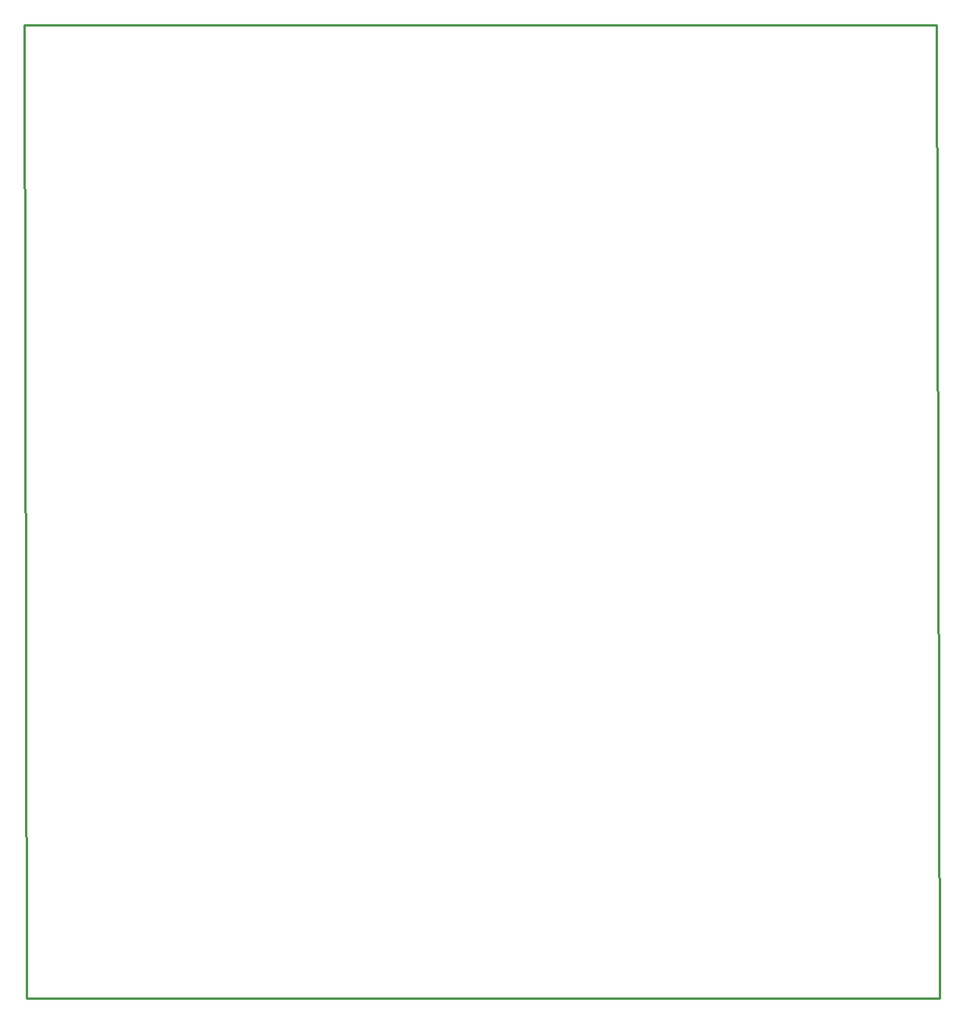
<source format=gbr>
G04 EAGLE Gerber RS-274X export*
G75*
%MOMM*%
%FSLAX34Y34*%
%LPD*%
%IN*%
%IPPOS*%
%AMOC8*
5,1,8,0,0,1.08239X$1,22.5*%
G01*
G04 Define Apertures*
%ADD10C,0.254000*%
D10*
X-73000Y954000D02*
X-70000Y-101000D01*
X919100Y-101000D01*
X916100Y954000D01*
X-73000Y954000D01*
M02*

</source>
